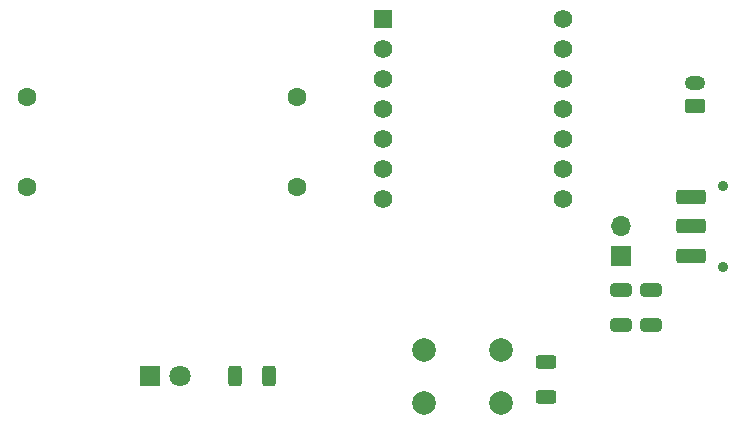
<source format=gbr>
%TF.GenerationSoftware,KiCad,Pcbnew,8.0.8*%
%TF.CreationDate,2025-02-27T22:43:43-08:00*%
%TF.ProjectId,display_pcb,64697370-6c61-4795-9f70-63622e6b6963,rev?*%
%TF.SameCoordinates,Original*%
%TF.FileFunction,Soldermask,Top*%
%TF.FilePolarity,Negative*%
%FSLAX46Y46*%
G04 Gerber Fmt 4.6, Leading zero omitted, Abs format (unit mm)*
G04 Created by KiCad (PCBNEW 8.0.8) date 2025-02-27 22:43:43*
%MOMM*%
%LPD*%
G01*
G04 APERTURE LIST*
G04 Aperture macros list*
%AMRoundRect*
0 Rectangle with rounded corners*
0 $1 Rounding radius*
0 $2 $3 $4 $5 $6 $7 $8 $9 X,Y pos of 4 corners*
0 Add a 4 corners polygon primitive as box body*
4,1,4,$2,$3,$4,$5,$6,$7,$8,$9,$2,$3,0*
0 Add four circle primitives for the rounded corners*
1,1,$1+$1,$2,$3*
1,1,$1+$1,$4,$5*
1,1,$1+$1,$6,$7*
1,1,$1+$1,$8,$9*
0 Add four rect primitives between the rounded corners*
20,1,$1+$1,$2,$3,$4,$5,0*
20,1,$1+$1,$4,$5,$6,$7,0*
20,1,$1+$1,$6,$7,$8,$9,0*
20,1,$1+$1,$8,$9,$2,$3,0*%
G04 Aperture macros list end*
%ADD10C,2.000000*%
%ADD11RoundRect,0.250000X-0.650000X0.325000X-0.650000X-0.325000X0.650000X-0.325000X0.650000X0.325000X0*%
%ADD12R,1.800000X1.800000*%
%ADD13C,1.800000*%
%ADD14RoundRect,0.250000X0.312500X0.625000X-0.312500X0.625000X-0.312500X-0.625000X0.312500X-0.625000X0*%
%ADD15R,1.700000X1.700000*%
%ADD16O,1.700000X1.700000*%
%ADD17C,1.600000*%
%ADD18C,0.900000*%
%ADD19RoundRect,0.250000X1.000000X-0.375000X1.000000X0.375000X-1.000000X0.375000X-1.000000X-0.375000X0*%
%ADD20RoundRect,0.250000X0.625000X-0.312500X0.625000X0.312500X-0.625000X0.312500X-0.625000X-0.312500X0*%
%ADD21RoundRect,0.250000X0.625000X-0.350000X0.625000X0.350000X-0.625000X0.350000X-0.625000X-0.350000X0*%
%ADD22O,1.750000X1.200000*%
%ADD23RoundRect,0.102000X-0.679000X-0.679000X0.679000X-0.679000X0.679000X0.679000X-0.679000X0.679000X0*%
%ADD24C,1.562000*%
G04 APERTURE END LIST*
D10*
%TO.C,SW2*%
X148811500Y-110146000D03*
X155311500Y-110146000D03*
X148811500Y-114646000D03*
X155311500Y-114646000D03*
%TD*%
D11*
%TO.C,C1*%
X165523500Y-105079000D03*
X165523500Y-108029000D03*
%TD*%
%TO.C,C2*%
X168063500Y-105079000D03*
X168063500Y-108029000D03*
%TD*%
D12*
%TO.C,D1*%
X125640500Y-112396000D03*
D13*
X128180500Y-112396000D03*
%TD*%
D14*
%TO.C,R1*%
X135744000Y-112396000D03*
X132819000Y-112396000D03*
%TD*%
D15*
%TO.C,J1*%
X165523500Y-102236000D03*
D16*
X165523500Y-99696000D03*
%TD*%
D17*
%TO.C,M1*%
X138031500Y-88774000D03*
X138031500Y-96374000D03*
X115231500Y-96374000D03*
X115231500Y-88774000D03*
%TD*%
D18*
%TO.C,SW1*%
X174159500Y-103096000D03*
X174159500Y-96296000D03*
D19*
X171409500Y-102196000D03*
X171409500Y-99696000D03*
X171409500Y-97196000D03*
%TD*%
D20*
%TO.C,R2*%
X159143500Y-114100500D03*
X159143500Y-111175500D03*
%TD*%
D21*
%TO.C,BT1*%
X171801500Y-89510000D03*
D22*
X171801500Y-87510000D03*
%TD*%
D23*
%TO.C,U1*%
X145317500Y-82106000D03*
D24*
X145317500Y-84646000D03*
X145317500Y-87186000D03*
X145317500Y-89726000D03*
X145317500Y-92266000D03*
X145317500Y-94806000D03*
X145317500Y-97346000D03*
X160557500Y-97346000D03*
X160557500Y-94806000D03*
X160557500Y-92266000D03*
X160557500Y-89726000D03*
X160557500Y-87186000D03*
X160557500Y-84646000D03*
X160557500Y-82106000D03*
%TD*%
M02*

</source>
